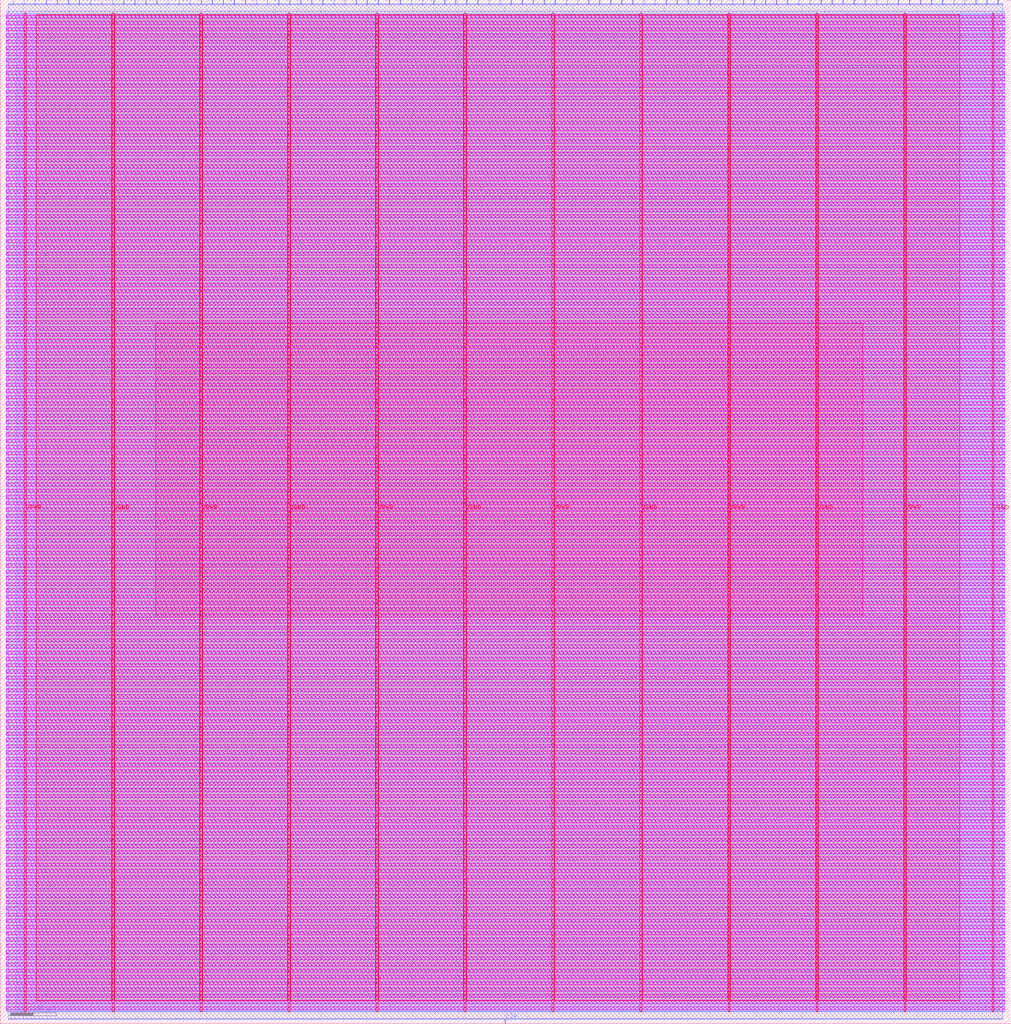
<source format=lef>
VERSION 5.7 ;
  NOWIREEXTENSIONATPIN ON ;
  DIVIDERCHAR "/" ;
  BUSBITCHARS "[]" ;
MACRO alphasoc_mem
  CLASS BLOCK ;
  FOREIGN alphasoc_mem ;
  ORIGIN 0.000 0.000 ;
  SIZE 882.575 BY 893.295 ;
  PIN VGND
    DIRECTION INOUT ;
    USE GROUND ;
    PORT
      LAYER met4 ;
        RECT 97.840 10.640 99.440 881.520 ;
    END
    PORT
      LAYER met4 ;
        RECT 251.440 10.640 253.040 881.520 ;
    END
    PORT
      LAYER met4 ;
        RECT 405.040 10.640 406.640 881.520 ;
    END
    PORT
      LAYER met4 ;
        RECT 558.640 10.640 560.240 881.520 ;
    END
    PORT
      LAYER met4 ;
        RECT 712.240 10.640 713.840 881.520 ;
    END
    PORT
      LAYER met4 ;
        RECT 865.840 10.640 867.440 881.520 ;
    END
  END VGND
  PIN VPWR
    DIRECTION INOUT ;
    USE POWER ;
    PORT
      LAYER met4 ;
        RECT 21.040 10.640 22.640 881.520 ;
    END
    PORT
      LAYER met4 ;
        RECT 174.640 10.640 176.240 881.520 ;
    END
    PORT
      LAYER met4 ;
        RECT 328.240 10.640 329.840 881.520 ;
    END
    PORT
      LAYER met4 ;
        RECT 481.840 10.640 483.440 881.520 ;
    END
    PORT
      LAYER met4 ;
        RECT 635.440 10.640 637.040 881.520 ;
    END
    PORT
      LAYER met4 ;
        RECT 789.040 10.640 790.640 881.520 ;
    END
  END VPWR
  PIN addr[0]
    DIRECTION INPUT ;
    USE SIGNAL ;
    ANTENNAGATEAREA 0.159000 ;
    PORT
      LAYER met2 ;
        RECT 49.770 889.295 50.050 893.295 ;
    END
  END addr[0]
  PIN addr[10]
    DIRECTION INPUT ;
    USE SIGNAL ;
    PORT
      LAYER met2 ;
        RECT 146.370 889.295 146.650 893.295 ;
    END
  END addr[10]
  PIN addr[11]
    DIRECTION INPUT ;
    USE SIGNAL ;
    PORT
      LAYER met2 ;
        RECT 156.030 889.295 156.310 893.295 ;
    END
  END addr[11]
  PIN addr[12]
    DIRECTION INPUT ;
    USE SIGNAL ;
    PORT
      LAYER met2 ;
        RECT 165.690 889.295 165.970 893.295 ;
    END
  END addr[12]
  PIN addr[13]
    DIRECTION INPUT ;
    USE SIGNAL ;
    PORT
      LAYER met2 ;
        RECT 175.350 889.295 175.630 893.295 ;
    END
  END addr[13]
  PIN addr[14]
    DIRECTION INPUT ;
    USE SIGNAL ;
    PORT
      LAYER met2 ;
        RECT 185.010 889.295 185.290 893.295 ;
    END
  END addr[14]
  PIN addr[15]
    DIRECTION INPUT ;
    USE SIGNAL ;
    PORT
      LAYER met2 ;
        RECT 194.670 889.295 194.950 893.295 ;
    END
  END addr[15]
  PIN addr[16]
    DIRECTION INPUT ;
    USE SIGNAL ;
    PORT
      LAYER met2 ;
        RECT 204.330 889.295 204.610 893.295 ;
    END
  END addr[16]
  PIN addr[17]
    DIRECTION INPUT ;
    USE SIGNAL ;
    PORT
      LAYER met2 ;
        RECT 213.990 889.295 214.270 893.295 ;
    END
  END addr[17]
  PIN addr[18]
    DIRECTION INPUT ;
    USE SIGNAL ;
    PORT
      LAYER met2 ;
        RECT 223.650 889.295 223.930 893.295 ;
    END
  END addr[18]
  PIN addr[19]
    DIRECTION INPUT ;
    USE SIGNAL ;
    PORT
      LAYER met2 ;
        RECT 233.310 889.295 233.590 893.295 ;
    END
  END addr[19]
  PIN addr[1]
    DIRECTION INPUT ;
    USE SIGNAL ;
    ANTENNAGATEAREA 0.159000 ;
    PORT
      LAYER met2 ;
        RECT 59.430 889.295 59.710 893.295 ;
    END
  END addr[1]
  PIN addr[20]
    DIRECTION INPUT ;
    USE SIGNAL ;
    PORT
      LAYER met2 ;
        RECT 242.970 889.295 243.250 893.295 ;
    END
  END addr[20]
  PIN addr[21]
    DIRECTION INPUT ;
    USE SIGNAL ;
    PORT
      LAYER met2 ;
        RECT 252.630 889.295 252.910 893.295 ;
    END
  END addr[21]
  PIN addr[2]
    DIRECTION INPUT ;
    USE SIGNAL ;
    ANTENNAGATEAREA 0.852000 ;
    PORT
      LAYER met2 ;
        RECT 69.090 889.295 69.370 893.295 ;
    END
  END addr[2]
  PIN addr[3]
    DIRECTION INPUT ;
    USE SIGNAL ;
    ANTENNAGATEAREA 0.852000 ;
    PORT
      LAYER met2 ;
        RECT 78.750 889.295 79.030 893.295 ;
    END
  END addr[3]
  PIN addr[4]
    DIRECTION INPUT ;
    USE SIGNAL ;
    ANTENNAGATEAREA 0.247500 ;
    PORT
      LAYER met2 ;
        RECT 88.410 889.295 88.690 893.295 ;
    END
  END addr[4]
  PIN addr[5]
    DIRECTION INPUT ;
    USE SIGNAL ;
    ANTENNAGATEAREA 0.247500 ;
    PORT
      LAYER met2 ;
        RECT 98.070 889.295 98.350 893.295 ;
    END
  END addr[5]
  PIN addr[6]
    DIRECTION INPUT ;
    USE SIGNAL ;
    ANTENNAGATEAREA 0.426000 ;
    PORT
      LAYER met2 ;
        RECT 107.730 889.295 108.010 893.295 ;
    END
  END addr[6]
  PIN addr[7]
    DIRECTION INPUT ;
    USE SIGNAL ;
    ANTENNAGATEAREA 0.426000 ;
    PORT
      LAYER met2 ;
        RECT 117.390 889.295 117.670 893.295 ;
    END
  END addr[7]
  PIN addr[8]
    DIRECTION INPUT ;
    USE SIGNAL ;
    PORT
      LAYER met2 ;
        RECT 127.050 889.295 127.330 893.295 ;
    END
  END addr[8]
  PIN addr[9]
    DIRECTION INPUT ;
    USE SIGNAL ;
    PORT
      LAYER met2 ;
        RECT 136.710 889.295 136.990 893.295 ;
    END
  END addr[9]
  PIN clk
    DIRECTION INPUT ;
    USE SIGNAL ;
    ANTENNAGATEAREA 0.852000 ;
    PORT
      LAYER met2 ;
        RECT 440.770 0.000 441.050 4.000 ;
    END
  END clk
  PIN rdata[0]
    DIRECTION OUTPUT TRISTATE ;
    USE SIGNAL ;
    ANTENNADIFFAREA 0.340600 ;
    PORT
      LAYER met2 ;
        RECT 571.410 889.295 571.690 893.295 ;
    END
  END rdata[0]
  PIN rdata[10]
    DIRECTION OUTPUT TRISTATE ;
    USE SIGNAL ;
    ANTENNADIFFAREA 0.340600 ;
    PORT
      LAYER met2 ;
        RECT 668.010 889.295 668.290 893.295 ;
    END
  END rdata[10]
  PIN rdata[11]
    DIRECTION OUTPUT TRISTATE ;
    USE SIGNAL ;
    ANTENNADIFFAREA 0.340600 ;
    PORT
      LAYER met2 ;
        RECT 677.670 889.295 677.950 893.295 ;
    END
  END rdata[11]
  PIN rdata[12]
    DIRECTION OUTPUT TRISTATE ;
    USE SIGNAL ;
    ANTENNADIFFAREA 0.340600 ;
    PORT
      LAYER met2 ;
        RECT 687.330 889.295 687.610 893.295 ;
    END
  END rdata[12]
  PIN rdata[13]
    DIRECTION OUTPUT TRISTATE ;
    USE SIGNAL ;
    ANTENNADIFFAREA 0.340600 ;
    PORT
      LAYER met2 ;
        RECT 696.990 889.295 697.270 893.295 ;
    END
  END rdata[13]
  PIN rdata[14]
    DIRECTION OUTPUT TRISTATE ;
    USE SIGNAL ;
    ANTENNADIFFAREA 0.340600 ;
    PORT
      LAYER met2 ;
        RECT 706.650 889.295 706.930 893.295 ;
    END
  END rdata[14]
  PIN rdata[15]
    DIRECTION OUTPUT TRISTATE ;
    USE SIGNAL ;
    ANTENNADIFFAREA 0.340600 ;
    PORT
      LAYER met2 ;
        RECT 716.310 889.295 716.590 893.295 ;
    END
  END rdata[15]
  PIN rdata[16]
    DIRECTION OUTPUT TRISTATE ;
    USE SIGNAL ;
    ANTENNADIFFAREA 0.340600 ;
    PORT
      LAYER met2 ;
        RECT 725.970 889.295 726.250 893.295 ;
    END
  END rdata[16]
  PIN rdata[17]
    DIRECTION OUTPUT TRISTATE ;
    USE SIGNAL ;
    ANTENNADIFFAREA 0.340600 ;
    PORT
      LAYER met2 ;
        RECT 735.630 889.295 735.910 893.295 ;
    END
  END rdata[17]
  PIN rdata[18]
    DIRECTION OUTPUT TRISTATE ;
    USE SIGNAL ;
    ANTENNADIFFAREA 0.340600 ;
    PORT
      LAYER met2 ;
        RECT 745.290 889.295 745.570 893.295 ;
    END
  END rdata[18]
  PIN rdata[19]
    DIRECTION OUTPUT TRISTATE ;
    USE SIGNAL ;
    ANTENNADIFFAREA 0.340600 ;
    PORT
      LAYER met2 ;
        RECT 754.950 889.295 755.230 893.295 ;
    END
  END rdata[19]
  PIN rdata[1]
    DIRECTION OUTPUT TRISTATE ;
    USE SIGNAL ;
    ANTENNADIFFAREA 0.340600 ;
    PORT
      LAYER met2 ;
        RECT 581.070 889.295 581.350 893.295 ;
    END
  END rdata[1]
  PIN rdata[20]
    DIRECTION OUTPUT TRISTATE ;
    USE SIGNAL ;
    ANTENNADIFFAREA 0.340600 ;
    PORT
      LAYER met2 ;
        RECT 764.610 889.295 764.890 893.295 ;
    END
  END rdata[20]
  PIN rdata[21]
    DIRECTION OUTPUT TRISTATE ;
    USE SIGNAL ;
    ANTENNADIFFAREA 0.340600 ;
    PORT
      LAYER met2 ;
        RECT 774.270 889.295 774.550 893.295 ;
    END
  END rdata[21]
  PIN rdata[22]
    DIRECTION OUTPUT TRISTATE ;
    USE SIGNAL ;
    ANTENNADIFFAREA 0.340600 ;
    PORT
      LAYER met2 ;
        RECT 783.930 889.295 784.210 893.295 ;
    END
  END rdata[22]
  PIN rdata[23]
    DIRECTION OUTPUT TRISTATE ;
    USE SIGNAL ;
    ANTENNADIFFAREA 0.340600 ;
    PORT
      LAYER met2 ;
        RECT 793.590 889.295 793.870 893.295 ;
    END
  END rdata[23]
  PIN rdata[24]
    DIRECTION OUTPUT TRISTATE ;
    USE SIGNAL ;
    ANTENNADIFFAREA 0.340600 ;
    PORT
      LAYER met2 ;
        RECT 803.250 889.295 803.530 893.295 ;
    END
  END rdata[24]
  PIN rdata[25]
    DIRECTION OUTPUT TRISTATE ;
    USE SIGNAL ;
    ANTENNADIFFAREA 0.340600 ;
    PORT
      LAYER met2 ;
        RECT 812.910 889.295 813.190 893.295 ;
    END
  END rdata[25]
  PIN rdata[26]
    DIRECTION OUTPUT TRISTATE ;
    USE SIGNAL ;
    ANTENNADIFFAREA 0.340600 ;
    PORT
      LAYER met2 ;
        RECT 822.570 889.295 822.850 893.295 ;
    END
  END rdata[26]
  PIN rdata[27]
    DIRECTION OUTPUT TRISTATE ;
    USE SIGNAL ;
    ANTENNADIFFAREA 0.340600 ;
    PORT
      LAYER met2 ;
        RECT 832.230 889.295 832.510 893.295 ;
    END
  END rdata[27]
  PIN rdata[28]
    DIRECTION OUTPUT TRISTATE ;
    USE SIGNAL ;
    ANTENNADIFFAREA 0.340600 ;
    PORT
      LAYER met2 ;
        RECT 841.890 889.295 842.170 893.295 ;
    END
  END rdata[28]
  PIN rdata[29]
    DIRECTION OUTPUT TRISTATE ;
    USE SIGNAL ;
    ANTENNADIFFAREA 0.340600 ;
    PORT
      LAYER met2 ;
        RECT 851.550 889.295 851.830 893.295 ;
    END
  END rdata[29]
  PIN rdata[2]
    DIRECTION OUTPUT TRISTATE ;
    USE SIGNAL ;
    ANTENNADIFFAREA 0.340600 ;
    PORT
      LAYER met2 ;
        RECT 590.730 889.295 591.010 893.295 ;
    END
  END rdata[2]
  PIN rdata[30]
    DIRECTION OUTPUT TRISTATE ;
    USE SIGNAL ;
    ANTENNADIFFAREA 0.340600 ;
    PORT
      LAYER met2 ;
        RECT 861.210 889.295 861.490 893.295 ;
    END
  END rdata[30]
  PIN rdata[31]
    DIRECTION OUTPUT TRISTATE ;
    USE SIGNAL ;
    ANTENNADIFFAREA 0.340600 ;
    PORT
      LAYER met2 ;
        RECT 870.870 889.295 871.150 893.295 ;
    END
  END rdata[31]
  PIN rdata[3]
    DIRECTION OUTPUT TRISTATE ;
    USE SIGNAL ;
    ANTENNADIFFAREA 0.340600 ;
    PORT
      LAYER met2 ;
        RECT 600.390 889.295 600.670 893.295 ;
    END
  END rdata[3]
  PIN rdata[4]
    DIRECTION OUTPUT TRISTATE ;
    USE SIGNAL ;
    ANTENNADIFFAREA 0.340600 ;
    PORT
      LAYER met2 ;
        RECT 610.050 889.295 610.330 893.295 ;
    END
  END rdata[4]
  PIN rdata[5]
    DIRECTION OUTPUT TRISTATE ;
    USE SIGNAL ;
    ANTENNADIFFAREA 0.340600 ;
    PORT
      LAYER met2 ;
        RECT 619.710 889.295 619.990 893.295 ;
    END
  END rdata[5]
  PIN rdata[6]
    DIRECTION OUTPUT TRISTATE ;
    USE SIGNAL ;
    ANTENNADIFFAREA 0.340600 ;
    PORT
      LAYER met2 ;
        RECT 629.370 889.295 629.650 893.295 ;
    END
  END rdata[6]
  PIN rdata[7]
    DIRECTION OUTPUT TRISTATE ;
    USE SIGNAL ;
    ANTENNADIFFAREA 0.340600 ;
    PORT
      LAYER met2 ;
        RECT 639.030 889.295 639.310 893.295 ;
    END
  END rdata[7]
  PIN rdata[8]
    DIRECTION OUTPUT TRISTATE ;
    USE SIGNAL ;
    ANTENNADIFFAREA 0.340600 ;
    PORT
      LAYER met2 ;
        RECT 648.690 889.295 648.970 893.295 ;
    END
  END rdata[8]
  PIN rdata[9]
    DIRECTION OUTPUT TRISTATE ;
    USE SIGNAL ;
    ANTENNADIFFAREA 0.340600 ;
    PORT
      LAYER met2 ;
        RECT 658.350 889.295 658.630 893.295 ;
    END
  END rdata[9]
  PIN wdata[0]
    DIRECTION INPUT ;
    USE SIGNAL ;
    ANTENNAGATEAREA 0.742500 ;
    PORT
      LAYER met2 ;
        RECT 262.290 889.295 262.570 893.295 ;
    END
  END wdata[0]
  PIN wdata[10]
    DIRECTION INPUT ;
    USE SIGNAL ;
    ANTENNAGATEAREA 0.247500 ;
    PORT
      LAYER met2 ;
        RECT 358.890 889.295 359.170 893.295 ;
    END
  END wdata[10]
  PIN wdata[11]
    DIRECTION INPUT ;
    USE SIGNAL ;
    ANTENNAGATEAREA 0.247500 ;
    PORT
      LAYER met2 ;
        RECT 368.550 889.295 368.830 893.295 ;
    END
  END wdata[11]
  PIN wdata[12]
    DIRECTION INPUT ;
    USE SIGNAL ;
    ANTENNAGATEAREA 0.247500 ;
    PORT
      LAYER met2 ;
        RECT 378.210 889.295 378.490 893.295 ;
    END
  END wdata[12]
  PIN wdata[13]
    DIRECTION INPUT ;
    USE SIGNAL ;
    ANTENNAGATEAREA 0.247500 ;
    PORT
      LAYER met2 ;
        RECT 387.870 889.295 388.150 893.295 ;
    END
  END wdata[13]
  PIN wdata[14]
    DIRECTION INPUT ;
    USE SIGNAL ;
    ANTENNAGATEAREA 0.247500 ;
    PORT
      LAYER met2 ;
        RECT 397.530 889.295 397.810 893.295 ;
    END
  END wdata[14]
  PIN wdata[15]
    DIRECTION INPUT ;
    USE SIGNAL ;
    ANTENNAGATEAREA 0.247500 ;
    PORT
      LAYER met2 ;
        RECT 407.190 889.295 407.470 893.295 ;
    END
  END wdata[15]
  PIN wdata[16]
    DIRECTION INPUT ;
    USE SIGNAL ;
    ANTENNAGATEAREA 0.247500 ;
    PORT
      LAYER met2 ;
        RECT 416.850 889.295 417.130 893.295 ;
    END
  END wdata[16]
  PIN wdata[17]
    DIRECTION INPUT ;
    USE SIGNAL ;
    ANTENNAGATEAREA 0.426000 ;
    PORT
      LAYER met2 ;
        RECT 426.510 889.295 426.790 893.295 ;
    END
  END wdata[17]
  PIN wdata[18]
    DIRECTION INPUT ;
    USE SIGNAL ;
    ANTENNAGATEAREA 0.247500 ;
    PORT
      LAYER met2 ;
        RECT 436.170 889.295 436.450 893.295 ;
    END
  END wdata[18]
  PIN wdata[19]
    DIRECTION INPUT ;
    USE SIGNAL ;
    ANTENNAGATEAREA 0.426000 ;
    PORT
      LAYER met2 ;
        RECT 445.830 889.295 446.110 893.295 ;
    END
  END wdata[19]
  PIN wdata[1]
    DIRECTION INPUT ;
    USE SIGNAL ;
    ANTENNAGATEAREA 0.495000 ;
    PORT
      LAYER met2 ;
        RECT 271.950 889.295 272.230 893.295 ;
    END
  END wdata[1]
  PIN wdata[20]
    DIRECTION INPUT ;
    USE SIGNAL ;
    ANTENNAGATEAREA 0.495000 ;
    PORT
      LAYER met2 ;
        RECT 455.490 889.295 455.770 893.295 ;
    END
  END wdata[20]
  PIN wdata[21]
    DIRECTION INPUT ;
    USE SIGNAL ;
    ANTENNAGATEAREA 0.426000 ;
    PORT
      LAYER met2 ;
        RECT 465.150 889.295 465.430 893.295 ;
    END
  END wdata[21]
  PIN wdata[22]
    DIRECTION INPUT ;
    USE SIGNAL ;
    ANTENNAGATEAREA 0.495000 ;
    PORT
      LAYER met2 ;
        RECT 474.810 889.295 475.090 893.295 ;
    END
  END wdata[22]
  PIN wdata[23]
    DIRECTION INPUT ;
    USE SIGNAL ;
    ANTENNAGATEAREA 0.426000 ;
    PORT
      LAYER met2 ;
        RECT 484.470 889.295 484.750 893.295 ;
    END
  END wdata[23]
  PIN wdata[24]
    DIRECTION INPUT ;
    USE SIGNAL ;
    ANTENNAGATEAREA 0.495000 ;
    PORT
      LAYER met2 ;
        RECT 494.130 889.295 494.410 893.295 ;
    END
  END wdata[24]
  PIN wdata[25]
    DIRECTION INPUT ;
    USE SIGNAL ;
    ANTENNAGATEAREA 0.495000 ;
    PORT
      LAYER met2 ;
        RECT 503.790 889.295 504.070 893.295 ;
    END
  END wdata[25]
  PIN wdata[26]
    DIRECTION INPUT ;
    USE SIGNAL ;
    ANTENNAGATEAREA 0.742500 ;
    PORT
      LAYER met2 ;
        RECT 513.450 889.295 513.730 893.295 ;
    END
  END wdata[26]
  PIN wdata[27]
    DIRECTION INPUT ;
    USE SIGNAL ;
    ANTENNAGATEAREA 0.742500 ;
    PORT
      LAYER met2 ;
        RECT 523.110 889.295 523.390 893.295 ;
    END
  END wdata[27]
  PIN wdata[28]
    DIRECTION INPUT ;
    USE SIGNAL ;
    ANTENNAGATEAREA 0.742500 ;
    PORT
      LAYER met2 ;
        RECT 532.770 889.295 533.050 893.295 ;
    END
  END wdata[28]
  PIN wdata[29]
    DIRECTION INPUT ;
    USE SIGNAL ;
    ANTENNAGATEAREA 0.742500 ;
    PORT
      LAYER met2 ;
        RECT 542.430 889.295 542.710 893.295 ;
    END
  END wdata[29]
  PIN wdata[2]
    DIRECTION INPUT ;
    USE SIGNAL ;
    ANTENNAGATEAREA 0.495000 ;
    PORT
      LAYER met2 ;
        RECT 281.610 889.295 281.890 893.295 ;
    END
  END wdata[2]
  PIN wdata[30]
    DIRECTION INPUT ;
    USE SIGNAL ;
    ANTENNAGATEAREA 0.495000 ;
    PORT
      LAYER met2 ;
        RECT 552.090 889.295 552.370 893.295 ;
    END
  END wdata[30]
  PIN wdata[31]
    DIRECTION INPUT ;
    USE SIGNAL ;
    ANTENNAGATEAREA 0.495000 ;
    PORT
      LAYER met2 ;
        RECT 561.750 889.295 562.030 893.295 ;
    END
  END wdata[31]
  PIN wdata[3]
    DIRECTION INPUT ;
    USE SIGNAL ;
    ANTENNAGATEAREA 0.495000 ;
    PORT
      LAYER met2 ;
        RECT 291.270 889.295 291.550 893.295 ;
    END
  END wdata[3]
  PIN wdata[4]
    DIRECTION INPUT ;
    USE SIGNAL ;
    ANTENNAGATEAREA 0.495000 ;
    PORT
      LAYER met2 ;
        RECT 300.930 889.295 301.210 893.295 ;
    END
  END wdata[4]
  PIN wdata[5]
    DIRECTION INPUT ;
    USE SIGNAL ;
    ANTENNAGATEAREA 0.495000 ;
    PORT
      LAYER met2 ;
        RECT 310.590 889.295 310.870 893.295 ;
    END
  END wdata[5]
  PIN wdata[6]
    DIRECTION INPUT ;
    USE SIGNAL ;
    ANTENNAGATEAREA 0.495000 ;
    PORT
      LAYER met2 ;
        RECT 320.250 889.295 320.530 893.295 ;
    END
  END wdata[6]
  PIN wdata[7]
    DIRECTION INPUT ;
    USE SIGNAL ;
    ANTENNAGATEAREA 0.426000 ;
    PORT
      LAYER met2 ;
        RECT 329.910 889.295 330.190 893.295 ;
    END
  END wdata[7]
  PIN wdata[8]
    DIRECTION INPUT ;
    USE SIGNAL ;
    ANTENNAGATEAREA 0.247500 ;
    PORT
      LAYER met2 ;
        RECT 339.570 889.295 339.850 893.295 ;
    END
  END wdata[8]
  PIN wdata[9]
    DIRECTION INPUT ;
    USE SIGNAL ;
    ANTENNAGATEAREA 0.247500 ;
    PORT
      LAYER met2 ;
        RECT 349.230 889.295 349.510 893.295 ;
    END
  END wdata[9]
  PIN wen[0]
    DIRECTION INPUT ;
    USE SIGNAL ;
    ANTENNAGATEAREA 0.742500 ;
    PORT
      LAYER met2 ;
        RECT 11.130 889.295 11.410 893.295 ;
    END
  END wen[0]
  PIN wen[1]
    DIRECTION INPUT ;
    USE SIGNAL ;
    ANTENNAGATEAREA 0.426000 ;
    PORT
      LAYER met2 ;
        RECT 20.790 889.295 21.070 893.295 ;
    END
  END wen[1]
  PIN wen[2]
    DIRECTION INPUT ;
    USE SIGNAL ;
    ANTENNAGATEAREA 0.426000 ;
    PORT
      LAYER met2 ;
        RECT 30.450 889.295 30.730 893.295 ;
    END
  END wen[2]
  PIN wen[3]
    DIRECTION INPUT ;
    USE SIGNAL ;
    ANTENNAGATEAREA 0.495000 ;
    PORT
      LAYER met2 ;
        RECT 40.110 889.295 40.390 893.295 ;
    END
  END wen[3]
  OBS
      LAYER nwell ;
        RECT 5.330 877.145 876.950 879.975 ;
        RECT 5.330 871.705 876.950 874.535 ;
        RECT 5.330 866.265 876.950 869.095 ;
        RECT 5.330 860.825 876.950 863.655 ;
        RECT 5.330 855.385 876.950 858.215 ;
        RECT 5.330 849.945 876.950 852.775 ;
        RECT 5.330 844.505 876.950 847.335 ;
        RECT 5.330 839.065 876.950 841.895 ;
        RECT 5.330 833.625 876.950 836.455 ;
        RECT 5.330 828.185 876.950 831.015 ;
        RECT 5.330 822.745 876.950 825.575 ;
        RECT 5.330 817.305 876.950 820.135 ;
        RECT 5.330 811.865 876.950 814.695 ;
        RECT 5.330 806.425 876.950 809.255 ;
        RECT 5.330 800.985 876.950 803.815 ;
        RECT 5.330 795.545 876.950 798.375 ;
        RECT 5.330 790.105 876.950 792.935 ;
        RECT 5.330 784.665 876.950 787.495 ;
        RECT 5.330 779.225 876.950 782.055 ;
        RECT 5.330 773.785 876.950 776.615 ;
        RECT 5.330 768.345 876.950 771.175 ;
        RECT 5.330 762.905 876.950 765.735 ;
        RECT 5.330 757.465 876.950 760.295 ;
        RECT 5.330 752.025 876.950 754.855 ;
        RECT 5.330 746.585 876.950 749.415 ;
        RECT 5.330 741.145 876.950 743.975 ;
        RECT 5.330 735.705 876.950 738.535 ;
        RECT 5.330 730.265 876.950 733.095 ;
        RECT 5.330 724.825 876.950 727.655 ;
        RECT 5.330 719.385 876.950 722.215 ;
        RECT 5.330 713.945 876.950 716.775 ;
        RECT 5.330 708.505 876.950 711.335 ;
        RECT 5.330 703.065 876.950 705.895 ;
        RECT 5.330 697.625 876.950 700.455 ;
        RECT 5.330 692.185 876.950 695.015 ;
        RECT 5.330 686.745 876.950 689.575 ;
        RECT 5.330 681.305 876.950 684.135 ;
        RECT 5.330 675.865 876.950 678.695 ;
        RECT 5.330 670.425 876.950 673.255 ;
        RECT 5.330 664.985 876.950 667.815 ;
        RECT 5.330 659.545 876.950 662.375 ;
        RECT 5.330 654.105 876.950 656.935 ;
        RECT 5.330 648.665 876.950 651.495 ;
        RECT 5.330 643.225 876.950 646.055 ;
        RECT 5.330 637.785 876.950 640.615 ;
        RECT 5.330 632.345 876.950 635.175 ;
        RECT 5.330 626.905 876.950 629.735 ;
        RECT 5.330 621.465 876.950 624.295 ;
        RECT 5.330 616.025 876.950 618.855 ;
        RECT 5.330 610.585 876.950 613.415 ;
        RECT 5.330 605.145 876.950 607.975 ;
        RECT 5.330 599.705 876.950 602.535 ;
        RECT 5.330 594.265 876.950 597.095 ;
        RECT 5.330 588.825 876.950 591.655 ;
        RECT 5.330 583.385 876.950 586.215 ;
        RECT 5.330 577.945 876.950 580.775 ;
        RECT 5.330 572.505 876.950 575.335 ;
        RECT 5.330 567.065 876.950 569.895 ;
        RECT 5.330 561.625 876.950 564.455 ;
        RECT 5.330 556.185 876.950 559.015 ;
        RECT 5.330 550.745 876.950 553.575 ;
        RECT 5.330 545.305 876.950 548.135 ;
        RECT 5.330 539.865 876.950 542.695 ;
        RECT 5.330 534.425 876.950 537.255 ;
        RECT 5.330 528.985 876.950 531.815 ;
        RECT 5.330 523.545 876.950 526.375 ;
        RECT 5.330 518.105 876.950 520.935 ;
        RECT 5.330 512.665 876.950 515.495 ;
        RECT 5.330 507.225 876.950 510.055 ;
        RECT 5.330 501.785 876.950 504.615 ;
        RECT 5.330 496.345 876.950 499.175 ;
        RECT 5.330 490.905 876.950 493.735 ;
        RECT 5.330 485.465 876.950 488.295 ;
        RECT 5.330 480.025 876.950 482.855 ;
        RECT 5.330 474.585 876.950 477.415 ;
        RECT 5.330 469.145 876.950 471.975 ;
        RECT 5.330 463.705 876.950 466.535 ;
        RECT 5.330 458.265 876.950 461.095 ;
        RECT 5.330 452.825 876.950 455.655 ;
        RECT 5.330 447.385 876.950 450.215 ;
        RECT 5.330 441.945 876.950 444.775 ;
        RECT 5.330 436.505 876.950 439.335 ;
        RECT 5.330 431.065 876.950 433.895 ;
        RECT 5.330 425.625 876.950 428.455 ;
        RECT 5.330 420.185 876.950 423.015 ;
        RECT 5.330 414.745 876.950 417.575 ;
        RECT 5.330 409.305 876.950 412.135 ;
        RECT 5.330 403.865 876.950 406.695 ;
        RECT 5.330 398.425 876.950 401.255 ;
        RECT 5.330 392.985 876.950 395.815 ;
        RECT 5.330 387.545 876.950 390.375 ;
        RECT 5.330 382.105 876.950 384.935 ;
        RECT 5.330 376.665 876.950 379.495 ;
        RECT 5.330 371.225 876.950 374.055 ;
        RECT 5.330 365.785 876.950 368.615 ;
        RECT 5.330 360.345 876.950 363.175 ;
        RECT 5.330 354.905 876.950 357.735 ;
        RECT 5.330 349.465 876.950 352.295 ;
        RECT 5.330 344.025 876.950 346.855 ;
        RECT 5.330 338.585 876.950 341.415 ;
        RECT 5.330 333.145 876.950 335.975 ;
        RECT 5.330 327.705 876.950 330.535 ;
        RECT 5.330 322.265 876.950 325.095 ;
        RECT 5.330 316.825 876.950 319.655 ;
        RECT 5.330 311.385 876.950 314.215 ;
        RECT 5.330 305.945 876.950 308.775 ;
        RECT 5.330 300.505 876.950 303.335 ;
        RECT 5.330 295.065 876.950 297.895 ;
        RECT 5.330 289.625 876.950 292.455 ;
        RECT 5.330 284.185 876.950 287.015 ;
        RECT 5.330 278.745 876.950 281.575 ;
        RECT 5.330 273.305 876.950 276.135 ;
        RECT 5.330 267.865 876.950 270.695 ;
        RECT 5.330 262.425 876.950 265.255 ;
        RECT 5.330 256.985 876.950 259.815 ;
        RECT 5.330 251.545 876.950 254.375 ;
        RECT 5.330 246.105 876.950 248.935 ;
        RECT 5.330 240.665 876.950 243.495 ;
        RECT 5.330 235.225 876.950 238.055 ;
        RECT 5.330 229.785 876.950 232.615 ;
        RECT 5.330 224.345 876.950 227.175 ;
        RECT 5.330 218.905 876.950 221.735 ;
        RECT 5.330 213.465 876.950 216.295 ;
        RECT 5.330 208.025 876.950 210.855 ;
        RECT 5.330 202.585 876.950 205.415 ;
        RECT 5.330 197.145 876.950 199.975 ;
        RECT 5.330 191.705 876.950 194.535 ;
        RECT 5.330 186.265 876.950 189.095 ;
        RECT 5.330 180.825 876.950 183.655 ;
        RECT 5.330 175.385 876.950 178.215 ;
        RECT 5.330 169.945 876.950 172.775 ;
        RECT 5.330 164.505 876.950 167.335 ;
        RECT 5.330 159.065 876.950 161.895 ;
        RECT 5.330 153.625 876.950 156.455 ;
        RECT 5.330 148.185 876.950 151.015 ;
        RECT 5.330 142.745 876.950 145.575 ;
        RECT 5.330 137.305 876.950 140.135 ;
        RECT 5.330 131.865 876.950 134.695 ;
        RECT 5.330 126.425 876.950 129.255 ;
        RECT 5.330 120.985 876.950 123.815 ;
        RECT 5.330 115.545 876.950 118.375 ;
        RECT 5.330 110.105 876.950 112.935 ;
        RECT 5.330 104.665 876.950 107.495 ;
        RECT 5.330 99.225 876.950 102.055 ;
        RECT 5.330 93.785 876.950 96.615 ;
        RECT 5.330 88.345 876.950 91.175 ;
        RECT 5.330 82.905 876.950 85.735 ;
        RECT 5.330 77.465 876.950 80.295 ;
        RECT 5.330 72.025 876.950 74.855 ;
        RECT 5.330 66.585 876.950 69.415 ;
        RECT 5.330 61.145 876.950 63.975 ;
        RECT 5.330 55.705 876.950 58.535 ;
        RECT 5.330 50.265 876.950 53.095 ;
        RECT 5.330 44.825 876.950 47.655 ;
        RECT 5.330 39.385 876.950 42.215 ;
        RECT 5.330 33.945 876.950 36.775 ;
        RECT 5.330 28.505 876.950 31.335 ;
        RECT 5.330 23.065 876.950 25.895 ;
        RECT 5.330 17.625 876.950 20.455 ;
        RECT 5.330 12.185 876.950 15.015 ;
      LAYER li1 ;
        RECT 5.520 10.795 876.760 881.365 ;
      LAYER met1 ;
        RECT 5.520 10.640 877.060 883.280 ;
      LAYER met2 ;
        RECT 7.000 889.015 10.850 889.850 ;
        RECT 11.690 889.015 20.510 889.850 ;
        RECT 21.350 889.015 30.170 889.850 ;
        RECT 31.010 889.015 39.830 889.850 ;
        RECT 40.670 889.015 49.490 889.850 ;
        RECT 50.330 889.015 59.150 889.850 ;
        RECT 59.990 889.015 68.810 889.850 ;
        RECT 69.650 889.015 78.470 889.850 ;
        RECT 79.310 889.015 88.130 889.850 ;
        RECT 88.970 889.015 97.790 889.850 ;
        RECT 98.630 889.015 107.450 889.850 ;
        RECT 108.290 889.015 117.110 889.850 ;
        RECT 117.950 889.015 126.770 889.850 ;
        RECT 127.610 889.015 136.430 889.850 ;
        RECT 137.270 889.015 146.090 889.850 ;
        RECT 146.930 889.015 155.750 889.850 ;
        RECT 156.590 889.015 165.410 889.850 ;
        RECT 166.250 889.015 175.070 889.850 ;
        RECT 175.910 889.015 184.730 889.850 ;
        RECT 185.570 889.015 194.390 889.850 ;
        RECT 195.230 889.015 204.050 889.850 ;
        RECT 204.890 889.015 213.710 889.850 ;
        RECT 214.550 889.015 223.370 889.850 ;
        RECT 224.210 889.015 233.030 889.850 ;
        RECT 233.870 889.015 242.690 889.850 ;
        RECT 243.530 889.015 252.350 889.850 ;
        RECT 253.190 889.015 262.010 889.850 ;
        RECT 262.850 889.015 271.670 889.850 ;
        RECT 272.510 889.015 281.330 889.850 ;
        RECT 282.170 889.015 290.990 889.850 ;
        RECT 291.830 889.015 300.650 889.850 ;
        RECT 301.490 889.015 310.310 889.850 ;
        RECT 311.150 889.015 319.970 889.850 ;
        RECT 320.810 889.015 329.630 889.850 ;
        RECT 330.470 889.015 339.290 889.850 ;
        RECT 340.130 889.015 348.950 889.850 ;
        RECT 349.790 889.015 358.610 889.850 ;
        RECT 359.450 889.015 368.270 889.850 ;
        RECT 369.110 889.015 377.930 889.850 ;
        RECT 378.770 889.015 387.590 889.850 ;
        RECT 388.430 889.015 397.250 889.850 ;
        RECT 398.090 889.015 406.910 889.850 ;
        RECT 407.750 889.015 416.570 889.850 ;
        RECT 417.410 889.015 426.230 889.850 ;
        RECT 427.070 889.015 435.890 889.850 ;
        RECT 436.730 889.015 445.550 889.850 ;
        RECT 446.390 889.015 455.210 889.850 ;
        RECT 456.050 889.015 464.870 889.850 ;
        RECT 465.710 889.015 474.530 889.850 ;
        RECT 475.370 889.015 484.190 889.850 ;
        RECT 485.030 889.015 493.850 889.850 ;
        RECT 494.690 889.015 503.510 889.850 ;
        RECT 504.350 889.015 513.170 889.850 ;
        RECT 514.010 889.015 522.830 889.850 ;
        RECT 523.670 889.015 532.490 889.850 ;
        RECT 533.330 889.015 542.150 889.850 ;
        RECT 542.990 889.015 551.810 889.850 ;
        RECT 552.650 889.015 561.470 889.850 ;
        RECT 562.310 889.015 571.130 889.850 ;
        RECT 571.970 889.015 580.790 889.850 ;
        RECT 581.630 889.015 590.450 889.850 ;
        RECT 591.290 889.015 600.110 889.850 ;
        RECT 600.950 889.015 609.770 889.850 ;
        RECT 610.610 889.015 619.430 889.850 ;
        RECT 620.270 889.015 629.090 889.850 ;
        RECT 629.930 889.015 638.750 889.850 ;
        RECT 639.590 889.015 648.410 889.850 ;
        RECT 649.250 889.015 658.070 889.850 ;
        RECT 658.910 889.015 667.730 889.850 ;
        RECT 668.570 889.015 677.390 889.850 ;
        RECT 678.230 889.015 687.050 889.850 ;
        RECT 687.890 889.015 696.710 889.850 ;
        RECT 697.550 889.015 706.370 889.850 ;
        RECT 707.210 889.015 716.030 889.850 ;
        RECT 716.870 889.015 725.690 889.850 ;
        RECT 726.530 889.015 735.350 889.850 ;
        RECT 736.190 889.015 745.010 889.850 ;
        RECT 745.850 889.015 754.670 889.850 ;
        RECT 755.510 889.015 764.330 889.850 ;
        RECT 765.170 889.015 773.990 889.850 ;
        RECT 774.830 889.015 783.650 889.850 ;
        RECT 784.490 889.015 793.310 889.850 ;
        RECT 794.150 889.015 802.970 889.850 ;
        RECT 803.810 889.015 812.630 889.850 ;
        RECT 813.470 889.015 822.290 889.850 ;
        RECT 823.130 889.015 831.950 889.850 ;
        RECT 832.790 889.015 841.610 889.850 ;
        RECT 842.450 889.015 851.270 889.850 ;
        RECT 852.110 889.015 860.930 889.850 ;
        RECT 861.770 889.015 870.590 889.850 ;
        RECT 871.430 889.015 875.280 889.850 ;
        RECT 7.000 4.280 875.280 889.015 ;
        RECT 7.000 4.000 440.490 4.280 ;
        RECT 441.330 4.000 875.280 4.280 ;
      LAYER met3 ;
        RECT 13.865 10.715 872.555 881.445 ;
      LAYER met4 ;
        RECT 31.575 19.895 97.440 880.425 ;
        RECT 99.840 19.895 174.240 880.425 ;
        RECT 176.640 19.895 251.040 880.425 ;
        RECT 253.440 19.895 327.840 880.425 ;
        RECT 330.240 19.895 404.640 880.425 ;
        RECT 407.040 19.895 481.440 880.425 ;
        RECT 483.840 19.895 558.240 880.425 ;
        RECT 560.640 19.895 635.040 880.425 ;
        RECT 637.440 19.895 711.840 880.425 ;
        RECT 714.240 19.895 788.640 880.425 ;
        RECT 791.040 19.895 837.825 880.425 ;
      LAYER met5 ;
        RECT 135.820 354.500 752.900 611.100 ;
  END
END alphasoc_mem
END LIBRARY


</source>
